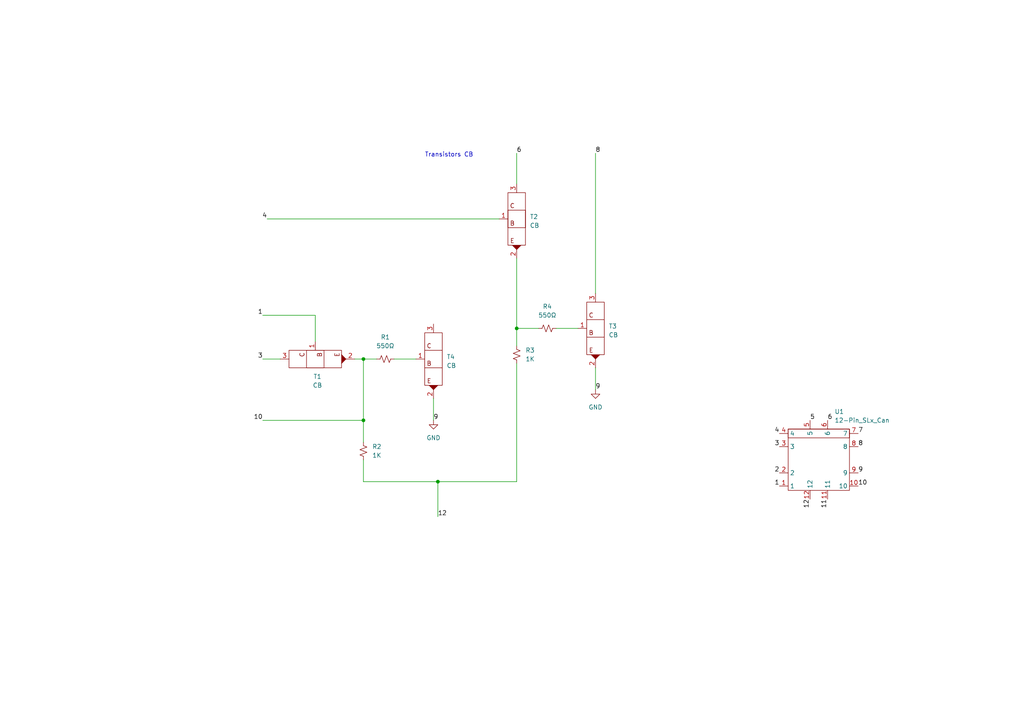
<source format=kicad_sch>
(kicad_sch (version 20211123) (generator eeschema)
  (paper "A4")
  (lib_symbols
    (symbol "Device:R_Small_US" (pin_numbers hide) (pin_names (offset 0.254) hide)
      (property "Reference" "R" (at 0.762 0.508 0))
      (property "Value" "R_Small_US" (at 0.762 -1.016 0))
      (symbol "R_Small_US_1_1"
        (polyline (pts (xy 0 0) (xy 1.016 -0.381) (xy 0 -0.762) (xy -1.016 -1.143) (xy 0 -1.524)))
        (polyline (pts (xy 0 1.524) (xy 1.016 1.143) (xy 0 0.762) (xy -1.016 0.381) (xy 0 0)))
        (pin passive line (at 0 2.54 270) (length 1.016) (name "~") (number "1"))
        (pin passive line (at 0 -2.54 90) (length 1.016) (name "~") (number "2"))
      )
    )
    (symbol "IBM_SLT-SLD:12-Pin_SLx_Can"
      (property "Reference" "U" (at 0 -2.54 0))
      (property "Value" "12-Pin_SLx_Can" (at 0 0 0))
      (symbol "12-Pin_SLx_Can_0_1"
        (rectangle (start -8.89 8.89) (end 8.89 -8.89))
        (rectangle (start -8.89 8.89) (end 8.89 6.35))
      )
      (symbol "12-Pin_SLx_Can_1_1"
        (pin passive line (at -11.43 -7.62 0) (length 2.54) (name "1") (number "1"))
        (pin passive line (at 11.43 -7.62 180) (length 2.54) (name "10") (number "10"))
        (pin passive line (at 2.54 -11.43 90) (length 2.54) (name "11") (number "11"))
        (pin passive line (at -2.54 -11.43 90) (length 2.54) (name "12") (number "12"))
        (pin passive line (at -11.43 -3.81 0) (length 2.54) (name "2") (number "2"))
        (pin passive line (at -11.43 3.81 0) (length 2.54) (name "3") (number "3"))
        (pin passive line (at -11.43 7.62 0) (length 2.54) (name "4") (number "4"))
        (pin passive line (at -2.54 11.43 270) (length 2.54) (name "5") (number "5"))
        (pin passive line (at 2.54 11.43 270) (length 2.54) (name "6") (number "6"))
        (pin passive line (at 11.43 7.62 180) (length 2.54) (name "7") (number "7"))
        (pin passive line (at 11.43 3.81 180) (length 2.54) (name "8") (number "8"))
        (pin passive line (at 11.43 -3.81 180) (length 2.54) (name "9") (number "9"))
      )
    )
    (symbol "IBM_SLT-SLD:IBM_Transistor"
      (property "Reference" "T" (at 0 5.08 0))
      (property "Value" "IBM_Transistor" (at 7.62 8.89 0))
      (symbol "IBM_Transistor_0_0"
        (text "B" (at -1.27 -1.27 0) (effects (font (size 1.27 1.27))))
        (text "C" (at -1.27 3.81 0) (effects (font (size 1.27 1.27))))
        (text "E" (at -1.27 -6.35 0) (effects (font (size 1.27 1.27))))
      )
      (symbol "IBM_Transistor_0_1"
        (rectangle (start -2.54 2.54) (end 2.54 -2.54))
        (rectangle (start -2.54 7.62) (end 2.54 -7.62))
        (polyline (pts (xy -1.27 -7.62) (xy 0 -8.89) (xy 1.27 -7.62)) (fill (type outline)))
      )
      (symbol "IBM_Transistor_1_1"
        (pin passive line (at -5.08 0 0) (length 2.54) (name "B") (number "1"))
        (pin passive line (at 0 -11.43 90) (length 2.54) (name "E") (number "2"))
        (pin passive line (at 0 10.16 270) (length 2.54) (name "C") (number "3"))
      )
    )
    (symbol "power:GND" (power) (pin_names (offset 0))
      (property "Value" "GND" (at 0 -3.81 0))
      (symbol "GND_0_1"
        (polyline (pts (xy 0 0) (xy 0 -1.27) (xy 1.27 -1.27) (xy 0 -2.54) (xy -1.27 -1.27) (xy 0 -1.27)))
      )
      (symbol "GND_1_1"
        (pin power_in line (at 0 0 270) (length 0) hide (name "GND") (number "1"))
      )
    )
  )
  (junction (at 105.41 121.92))
  (junction (at 127 139.7))
  (junction (at 105.41 104.14))
  (junction (at 149.86 95.25))
  (wire (pts (xy 77.47 63.5) (xy 144.78 63.5)))
  (wire (pts (xy 114.3 104.14) (xy 120.65 104.14)))
  (wire (pts (xy 149.86 44.45) (xy 149.86 53.34)))
  (wire (pts (xy 172.72 106.68) (xy 172.72 113.03)))
  (wire (pts (xy 76.2 91.44) (xy 91.44 91.44)))
  (wire (pts (xy 172.72 44.45) (xy 172.72 85.09)))
  (wire (pts (xy 76.2 121.92) (xy 105.41 121.92)))
  (wire (pts (xy 161.29 95.25) (xy 167.64 95.25)))
  (wire (pts (xy 105.41 121.92) (xy 105.41 128.27)))
  (wire (pts (xy 105.41 104.14) (xy 105.41 121.92)))
  (wire (pts (xy 127 139.7) (xy 149.86 139.7)))
  (wire (pts (xy 149.86 74.93) (xy 149.86 95.25)))
  (wire (pts (xy 149.86 95.25) (xy 156.21 95.25)))
  (wire (pts (xy 105.41 104.14) (xy 109.22 104.14)))
  (wire (pts (xy 91.44 91.44) (xy 91.44 99.06)))
  (wire (pts (xy 105.41 139.7) (xy 127 139.7)))
  (wire (pts (xy 76.2 104.14) (xy 81.28 104.14)))
  (wire (pts (xy 102.87 104.14) (xy 105.41 104.14)))
  (wire (pts (xy 125.73 115.57) (xy 125.73 121.92)))
  (wire (pts (xy 127 139.7) (xy 127 149.86)))
  (wire (pts (xy 149.86 100.33) (xy 149.86 95.25)))
  (wire (pts (xy 149.86 139.7) (xy 149.86 105.41)))
  (wire (pts (xy 105.41 133.35) (xy 105.41 139.7)))
  (text "Transistors CB" (at 123.19 45.72 0) (effects (font (size 1.27 1.27)) (justify left bottom)))
  (label "8" (at 172.72 44.45 0))
  (label "9" (at 125.73 121.92 0))
  (label "9" (at 248.92 137.16 0))
  (label "7" (at 248.92 125.73 0))
  (label "5" (at 234.95 121.92 0))
  (label "11" (at 240.03 144.78 270))
  (label "12" (at 127 149.86 0))
  (label "4" (at 226.06 125.73 180))
  (label "6" (at 149.86 44.45 0))
  (label "10" (at 248.92 140.97 0))
  (label "3" (at 226.06 129.54 180))
  (label "8" (at 248.92 129.54 0))
  (label "1" (at 226.06 140.97 180))
  (label "1" (at 76.2 91.44 180))
  (label "10" (at 76.2 121.92 180))
  (label "12" (at 234.95 144.78 270))
  (label "4" (at 77.47 63.5 180))
  (label "3" (at 76.2 104.14 180))
  (label "2" (at 226.06 137.16 180))
  (label "9" (at 172.72 113.03 0))
  (label "6" (at 240.03 121.92 0))
  (symbol (lib_id "power:GND") (at 172.72 113.03 0) (unit 1)
    (property "Reference" "#PWR0102" (effects hide))
    (property "Value" "GND" (at 172.72 118.11 0))
  )
  (symbol (lib_id "IBM_SLT-SLD:IBM_Transistor") (at 172.72 95.25 0) (unit 1)
    (property "Reference" "T3" (at 176.53 94.6149 0) (effects (justify left)))
    (property "Value" "CB" (at 176.53 97.1549 0) (effects (justify left)))
  )
  (symbol (lib_id "IBM_SLT-SLD:IBM_Transistor") (at 91.44 104.14 90) (mirror x) (unit 1)
    (property "Reference" "T1" (at 92.075 109.22 90))
    (property "Value" "CB" (at 92.075 111.76 90))
  )
  (symbol (lib_id "Device:R_Small_US") (at 105.41 130.81 0) (unit 1)
    (property "Reference" "R2" (at 107.95 129.5399 0) (effects (justify left)))
    (property "Value" "1K" (at 107.95 132.0799 0) (effects (justify left)))
    (property "Footprint" "Resistor_SMD:R_0201_0603Metric" (effects hide))
  )
  (symbol (lib_id "power:GND") (at 125.73 121.92 0) (unit 1)
    (property "Reference" "#PWR?" (effects hide))
    (property "Value" "GND" (at 125.73 127 0))
  )
  (symbol (lib_id "IBM_SLT-SLD:12-Pin_SLx_Can") (at 237.49 133.35 0) (unit 1)
    (property "Reference" "U1" (at 242.0494 119.38 0) (effects (justify left)))
    (property "Value" "12-Pin_SLx_Can" (at 242.0494 121.92 0) (effects (justify left)))
    (property "Footprint" "IBM_SLT-SLD:12-Pin_SLx_Can" (effects hide))
  )
  (symbol (lib_id "IBM_SLT-SLD:IBM_Transistor") (at 149.86 63.5 0) (unit 1)
    (property "Reference" "T2" (at 153.67 62.8649 0) (effects (justify left)))
    (property "Value" "CB" (at 153.67 65.4049 0) (effects (justify left)))
  )
  (symbol (lib_id "IBM_SLT-SLD:IBM_Transistor") (at 125.73 104.14 0) (unit 1)
    (property "Reference" "T4" (at 129.54 103.5049 0) (effects (justify left)))
    (property "Value" "CB" (at 129.54 106.0449 0) (effects (justify left)))
  )
  (symbol (lib_id "Device:R_Small_US") (at 158.75 95.25 90) (unit 1)
    (property "Reference" "R4" (at 158.75 88.9 90))
    (property "Value" "550Ω" (at 158.75 91.44 90))
    (property "Footprint" "Resistor_SMD:R_0201_0603Metric" (effects hide))
  )
  (symbol (lib_id "Device:R_Small_US") (at 111.76 104.14 90) (unit 1)
    (property "Reference" "R1" (at 111.76 97.79 90))
    (property "Value" "550Ω" (at 111.76 100.33 90))
    (property "Footprint" "Resistor_SMD:R_0201_0603Metric" (effects hide))
  )
  (symbol (lib_id "Device:R_Small_US") (at 149.86 102.87 0) (unit 1)
    (property "Reference" "R3" (at 152.4 101.5999 0) (effects (justify left)))
    (property "Value" "1K" (at 152.4 104.1399 0) (effects (justify left)))
    (property "Footprint" "Resistor_SMD:R_0201_0603Metric" (effects hide))
  )
)
</source>
